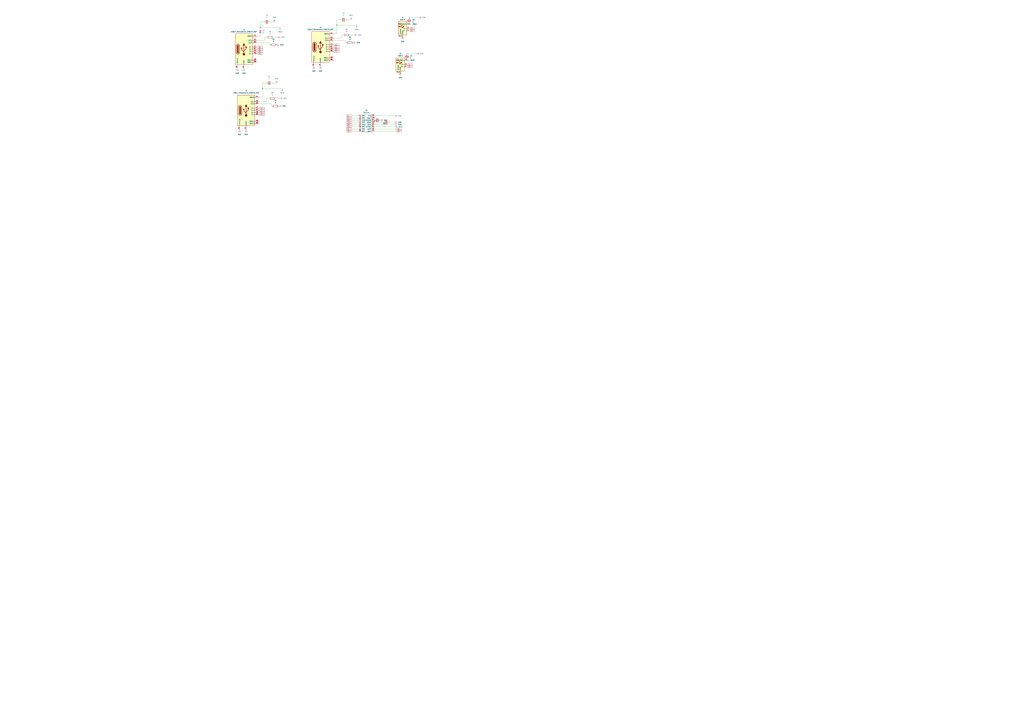
<source format=kicad_sch>
(kicad_sch (version 20250114) (generator "eeschema") (generator_version "9.0")
  (paper "A0")
  (lib_symbols
    (symbol "Connector:USB_A" (pin_names (offset 1.016))
      (property "Reference" "J" (at -5.08 11.43 0))
      (property "Value" "USB_A" (at -5.08 8.89 0))
      (symbol "USB_A_0_1"
        (rectangle (start -5.08 -7.62) (end 5.08 7.62) (stroke (width 0.254)) (fill (type background)))
        (circle (center -3.81 2.159) (radius 0.635) (stroke (width 0.254)) (fill (type outline)))
        (polyline (pts (xy -3.175 2.159) (xy -2.54 2.159) (xy -1.27 3.429) (xy -0.635 3.429)) (stroke (width 0.254)))
        (polyline (pts (xy -2.54 2.159) (xy -1.905 2.159) (xy -1.27 0.889) (xy 0 0.889)) (stroke (width 0.254)))
        (rectangle (start -1.524 4.826) (end -4.318 5.334) (fill (type outline)))
        (rectangle (start -1.27 4.572) (end -4.572 5.842))
        (circle (center -0.635 3.429) (radius 0.381) (stroke (width 0.254)) (fill (type outline)))
        (rectangle (start -0.127 -7.62) (end 0.127 -6.858))
        (rectangle (start 0.254 1.27) (end -0.508 0.508) (stroke (width 0.254)) (fill (type outline)))
        (polyline (pts (xy 0.635 2.794) (xy 0.635 1.524) (xy 1.905 2.159) (xy 0.635 2.794)) (stroke (width 0.254)) (fill (type outline)))
        (rectangle (start 5.08 4.953) (end 4.318 5.207))
        (rectangle (start 5.08 -0.127) (end 4.318 0.127))
        (rectangle (start 5.08 -2.667) (end 4.318 -2.413))
      )
      (symbol "USB_A_1_1"
        (polyline (pts (xy -1.905 2.159) (xy 0.635 2.159)) (stroke (width 0.254)))
        (pin passive line (at -2.54 -10.16 90) (length 2.54) (name "Shield") (number "5"))
        (pin power_in line (at 0 -10.16 90) (length 2.54) (name "GND") (number "4"))
        (pin power_in line (at 7.62 5.08 180) (length 2.54) (name "VBUS") (number "1"))
        (pin bidirectional line (at 7.62 0 180) (length 2.54) (name "D+") (number "3"))
        (pin bidirectional line (at 7.62 -2.54 180) (length 2.54) (name "D-") (number "2"))
      )
    )
    (symbol "Connector:USB_C_Receptacle_USB2.0_16P" (pin_names (offset 1.016))
      (property "Reference" "J" (at 0 22.225 0))
      (property "Value" "USB_C_Receptacle_USB2.0_16P" (at 0 19.685 0))
      (symbol "USB_C_Receptacle_USB2.0_16P_0_0"
        (rectangle (start -0.254 -17.78) (end 0.254 -16.764))
        (rectangle (start 10.16 15.494) (end 9.144 14.986))
        (rectangle (start 10.16 10.414) (end 9.144 9.906))
        (rectangle (start 10.16 7.874) (end 9.144 7.366))
        (rectangle (start 10.16 2.794) (end 9.144 2.286))
        (rectangle (start 10.16 0.254) (end 9.144 -0.254))
        (rectangle (start 10.16 -2.286) (end 9.144 -2.794))
        (rectangle (start 10.16 -4.826) (end 9.144 -5.334))
        (rectangle (start 10.16 -12.446) (end 9.144 -12.954))
        (rectangle (start 10.16 -14.986) (end 9.144 -15.494))
      )
      (symbol "USB_C_Receptacle_USB2.0_16P_0_1"
        (rectangle (start -10.16 17.78) (end 10.16 -17.78) (stroke (width 0.254)) (fill (type background)))
        (polyline (pts (xy -8.89 -3.81) (xy -8.89 3.81)) (stroke (width 0.508)))
        (rectangle (start -7.62 -3.81) (end -6.35 3.81) (stroke (width 0.254)) (fill (type outline)))
        (arc (start -7.62 3.81) (mid -6.985 4.4423) (end -6.35 3.81) (stroke (width 0.254)))
        (arc (start -7.62 3.81) (mid -6.985 4.4423) (end -6.35 3.81) (stroke (width 0.254)) (fill (type outline)))
        (arc (start -8.89 3.81) (mid -6.985 5.7067) (end -5.08 3.81) (stroke (width 0.508)))
        (arc (start -5.08 -3.81) (mid -6.985 -5.7067) (end -8.89 -3.81) (stroke (width 0.508)))
        (arc (start -6.35 -3.81) (mid -6.985 -4.4423) (end -7.62 -3.81) (stroke (width 0.254)))
        (arc (start -6.35 -3.81) (mid -6.985 -4.4423) (end -7.62 -3.81) (stroke (width 0.254)) (fill (type outline)))
        (polyline (pts (xy -5.08 3.81) (xy -5.08 -3.81)) (stroke (width 0.508)))
        (circle (center -2.54 1.143) (radius 0.635) (stroke (width 0.254)) (fill (type outline)))
        (polyline (pts (xy -1.27 4.318) (xy 0 6.858) (xy 1.27 4.318) (xy -1.27 4.318)) (stroke (width 0.254)) (fill (type outline)))
        (polyline (pts (xy 0 -2.032) (xy 2.54 0.508) (xy 2.54 1.778)) (stroke (width 0.508)))
        (polyline (pts (xy 0 -3.302) (xy -2.54 -0.762) (xy -2.54 0.508)) (stroke (width 0.508)))
        (polyline (pts (xy 0 -5.842) (xy 0 4.318)) (stroke (width 0.508)))
        (circle (center 0 -5.842) (radius 1.27) (fill (type outline)))
        (rectangle (start 1.905 1.778) (end 3.175 3.048) (stroke (width 0.254)) (fill (type outline)))
      )
      (symbol "USB_C_Receptacle_USB2.0_16P_1_1"
        (pin passive line (at -7.62 -22.86 90) (length 5.08) (name "SHIELD") (number "S1"))
        (pin passive line (at 0 -22.86 90) (length 5.08) (name "GND") (number "A1"))
        (pin passive line (at 0 -22.86 90) (length 5.08) (hide yes) (name "GND") (number "A12"))
        (pin passive line (at 0 -22.86 90) (length 5.08) (hide yes) (name "GND") (number "B1"))
        (pin passive line (at 0 -22.86 90) (length 5.08) (hide yes) (name "GND") (number "B12"))
        (pin passive line (at 15.24 15.24 180) (length 5.08) (name "VBUS") (number "A4"))
        (pin passive line (at 15.24 15.24 180) (length 5.08) (hide yes) (name "VBUS") (number "A9"))
        (pin passive line (at 15.24 15.24 180) (length 5.08) (hide yes) (name "VBUS") (number "B4"))
        (pin passive line (at 15.24 15.24 180) (length 5.08) (hide yes) (name "VBUS") (number "B9"))
        (pin bidirectional line (at 15.24 10.16 180) (length 5.08) (name "CC1") (number "A5"))
        (pin bidirectional line (at 15.24 7.62 180) (length 5.08) (name "CC2") (number "B5"))
        (pin bidirectional line (at 15.24 2.54 180) (length 5.08) (name "D-") (number "A7"))
        (pin bidirectional line (at 15.24 0 180) (length 5.08) (name "D-") (number "B7"))
        (pin bidirectional line (at 15.24 -2.54 180) (length 5.08) (name "D+") (number "A6"))
        (pin bidirectional line (at 15.24 -5.08 180) (length 5.08) (name "D+") (number "B6"))
        (pin bidirectional line (at 15.24 -12.7 180) (length 5.08) (name "SBU1") (number "A8"))
        (pin bidirectional line (at 15.24 -15.24 180) (length 5.08) (name "SBU2") (number "B8"))
      )
    )
    (symbol "Device:C" (pin_numbers (hide yes)) (pin_names (offset 0.254))
      (property "Reference" "C" (at 0.635 2.54 0))
      (property "Value" "C" (at 0.635 -2.54 0))
      (symbol "C_0_1"
        (polyline (pts (xy -2.032 0.762) (xy 2.032 0.762)) (stroke (width 0.508)))
        (polyline (pts (xy -2.032 -0.762) (xy 2.032 -0.762)) (stroke (width 0.508)))
      )
      (symbol "C_1_1"
        (pin passive line (at 0 3.81 270) (length 2.794) (name "~") (number "1"))
        (pin passive line (at 0 -3.81 90) (length 2.794) (name "~") (number "2"))
      )
    )
    (symbol "Device:D" (pin_numbers (hide yes)) (pin_names (offset 1.016) (hide yes))
      (property "Reference" "D" (at 0 2.54 0))
      (property "Value" "D" (at 0 -2.54 0))
      (symbol "D_0_1"
        (polyline (pts (xy -1.27 1.27) (xy -1.27 -1.27)) (stroke (width 0.254)))
        (polyline (pts (xy 1.27 1.27) (xy 1.27 -1.27) (xy -1.27 0) (xy 1.27 1.27)) (stroke (width 0.254)))
        (polyline (pts (xy 1.27 0) (xy -1.27 0)))
      )
      (symbol "D_1_1"
        (pin passive line (at -3.81 0 0) (length 2.54) (name "K") (number "1"))
        (pin passive line (at 3.81 0 180) (length 2.54) (name "A") (number "2"))
      )
    )
    (symbol "Device:R" (pin_numbers (hide yes)) (pin_names (offset 0))
      (property "Reference" "R" (at 2.032 0 90))
      (property "Value" "R" (at 0 0 90))
      (symbol "R_0_1"
        (rectangle (start -1.016 -2.54) (end 1.016 2.54) (stroke (width 0.254)))
      )
      (symbol "R_1_1"
        (pin passive line (at 0 3.81 270) (length 1.27) (name "~") (number "1"))
        (pin passive line (at 0 -3.81 90) (length 1.27) (name "~") (number "2"))
      )
    )
    (symbol "SL2.1A:SL2.1A" (pin_names (offset 1.016))
      (property "Reference" "U" (at 0 -1.27 0))
      (property "Value" "SL2.1A" (at -5.08 -1.27 0))
      (symbol "SL2.1A_0_1"
        (rectangle (start -5.08 20.32) (end 7.62 0))
      )
      (symbol "SL2.1A_1_1"
        (pin output line (at -7.62 19.05 0) (length 2.54) (name "DM4") (number "1"))
        (pin output line (at -7.62 16.51 0) (length 2.54) (name "DP4") (number "2"))
        (pin output line (at -7.62 13.97 0) (length 2.54) (name "DM3") (number "3"))
        (pin output line (at -7.62 11.43 0) (length 2.54) (name "DP3") (number "4"))
        (pin output line (at -7.62 8.89 0) (length 2.54) (name "DM2") (number "5"))
        (pin output line (at -7.62 6.35 0) (length 2.54) (name "DP2") (number "6"))
        (pin output line (at -7.62 3.81 0) (length 2.54) (name "DM1") (number "7"))
        (pin output line (at -7.62 1.27 0) (length 2.54) (name "DP1") (number "8"))
        (pin power_in line (at 10.16 19.05 180) (length 2.54) (name "XIN") (number "16"))
        (pin no_connect line (at 10.16 16.51 180) (length 2.54) (name "XOUT") (number "15"))
        (pin power_out line (at 10.16 13.97 180) (length 2.54) (name "VDD18") (number "14"))
        (pin power_out line (at 10.16 11.43 180) (length 2.54) (name "VDD3") (number "13"))
        (pin power_in line (at 10.16 8.89 180) (length 2.54) (name "GND") (number "12"))
        (pin power_in line (at 10.16 6.35 180) (length 2.54) (name "VCC5V") (number "11"))
        (pin input line (at 10.16 3.81 180) (length 2.54) (name "UDP") (number "10"))
        (pin input line (at 10.16 1.27 180) (length 2.54) (name "UDM") (number "9"))
      )
    )
    (symbol "power:GND" (power) (pin_numbers (hide yes)) (pin_names (offset 0) (hide yes))
      (property "Value" "GND" (at 0 -3.81 0))
      (symbol "GND_0_1"
        (polyline (pts (xy 0 0) (xy 0 -1.27) (xy 1.27 -1.27) (xy 0 -2.54) (xy -1.27 -1.27) (xy 0 -1.27)))
      )
      (symbol "GND_1_1"
        (pin power_in line (at 0 0 270) (length 0) (name "~") (number "1"))
      )
    )
    (symbol "power:VBUS" (power) (pin_numbers (hide yes)) (pin_names (offset 0) (hide yes))
      (property "Value" "VBUS" (at 0 3.556 0))
      (symbol "VBUS_0_1"
        (polyline (pts (xy -0.762 1.27) (xy 0 2.54)))
        (polyline (pts (xy 0 2.54) (xy 0.762 1.27)))
        (polyline (pts (xy 0 0) (xy 0 2.54)))
      )
      (symbol "VBUS_1_1"
        (pin power_in line (at 0 0 90) (length 0) (name "~") (number "1"))
      )
    )
  )
  (junction (at 472.44 69.85))
  (junction (at 302.26 31.75))
  (junction (at 464.82 85.09))
  (junction (at 391.16 29.21))
  (junction (at 467.36 43.18))
  (junction (at 304.8 102.87))
  (junction (at 474.98 27.94))
  (wire (pts (xy 387.35 39.37) (xy 391.16 39.37)))
  (wire (pts (xy 314.96 123.19) (xy 316.23 123.19)))
  (wire (pts (xy 302.26 41.91) (xy 302.26 40.64)))
  (wire (pts (xy 307.34 46.99) (xy 298.45 46.99)))
  (wire (pts (xy 320.04 114.3) (xy 325.12 114.3)))
  (wire (pts (xy 408.94 134.62) (xy 416.56 134.62)))
  (wire (pts (xy 309.88 118.11) (xy 300.99 118.11)))
  (wire (pts (xy 434.34 142.24) (xy 444.5 142.24)))
  (wire (pts (xy 408.94 152.4) (xy 416.56 152.4)))
  (wire (pts (xy 316.23 96.52) (xy 321.31 96.52)))
  (wire (pts (xy 391.16 29.21) (xy 391.16 22.86)))
  (wire (pts (xy 472.44 62.23) (xy 483.87 62.23)))
  (wire (pts (xy 309.88 114.3) (xy 312.42 114.3)))
  (wire (pts (xy 314.96 120.65) (xy 300.99 120.65)))
  (wire (pts (xy 302.26 31.75) (xy 325.12 31.75)))
  (wire (pts (xy 408.94 139.7) (xy 416.56 139.7)))
  (wire (pts (xy 408.94 147.32) (xy 416.56 147.32)))
  (wire (pts (xy 459.74 149.86) (xy 434.34 149.86)))
  (wire (pts (xy 464.82 43.18) (xy 467.36 43.18)))
  (wire (pts (xy 406.4 40.64) (xy 411.48 40.64)))
  (wire (pts (xy 408.94 149.86) (xy 416.56 149.86)))
  (wire (pts (xy 300.99 113.03) (xy 304.8 113.03)))
  (wire (pts (xy 391.16 22.86) (xy 394.97 22.86)))
  (wire (pts (xy 401.32 49.53) (xy 401.32 46.99)))
  (wire (pts (xy 408.94 137.16) (xy 416.56 137.16)))
  (wire (pts (xy 298.45 41.91) (xy 302.26 41.91)))
  (wire (pts (xy 402.59 22.86) (xy 407.67 22.86)))
  (wire (pts (xy 416.56 144.78) (xy 408.94 144.78)))
  (wire (pts (xy 396.24 40.64) (xy 398.78 40.64)))
  (wire (pts (xy 458.47 142.24) (xy 452.12 142.24)))
  (wire (pts (xy 462.28 85.09) (xy 464.82 85.09)))
  (wire (pts (xy 307.34 43.18) (xy 309.88 43.18)))
  (wire (pts (xy 434.34 147.32) (xy 458.47 147.32)))
  (wire (pts (xy 391.16 29.21) (xy 414.02 29.21)))
  (wire (pts (xy 317.5 43.18) (xy 322.58 43.18)))
  (wire (pts (xy 396.24 44.45) (xy 387.35 44.45)))
  (wire (pts (xy 458.47 134.62) (xy 434.34 134.62)))
  (wire (pts (xy 302.26 33.02) (xy 302.26 31.75)))
  (wire (pts (xy 312.42 49.53) (xy 298.45 49.53)))
  (wire (pts (xy 304.8 102.87) (xy 304.8 96.52)))
  (wire (pts (xy 309.88 114.3) (xy 309.88 118.11)))
  (wire (pts (xy 401.32 46.99) (xy 387.35 46.99)))
  (wire (pts (xy 458.47 144.78) (xy 434.34 144.78)))
  (wire (pts (xy 401.32 49.53) (xy 402.59 49.53)))
  (wire (pts (xy 307.34 43.18) (xy 307.34 46.99)))
  (wire (pts (xy 313.69 25.4) (xy 318.77 25.4)))
  (wire (pts (xy 474.98 20.32) (xy 486.41 20.32)))
  (wire (pts (xy 459.74 152.4) (xy 434.34 152.4)))
  (wire (pts (xy 396.24 40.64) (xy 396.24 44.45)))
  (wire (pts (xy 302.26 31.75) (xy 302.26 25.4)))
  (wire (pts (xy 312.42 52.07) (xy 313.69 52.07)))
  (wire (pts (xy 302.26 25.4) (xy 306.07 25.4)))
  (wire (pts (xy 314.96 123.19) (xy 314.96 120.65)))
  (wire (pts (xy 304.8 96.52) (xy 308.61 96.52)))
  (wire (pts (xy 304.8 102.87) (xy 327.66 102.87)))
  (wire (pts (xy 304.8 102.87) (xy 304.8 113.03)))
  (wire (pts (xy 408.94 142.24) (xy 416.56 142.24)))
  (wire (pts (xy 391.16 29.21) (xy 391.16 39.37)))
  (wire (pts (xy 312.42 52.07) (xy 312.42 49.53)))
  (global_label "D1+" (shape input) (at 300.99 130.81 0) (property "Intersheetrefs" "${INTERSHEET_REFS}" (effects (hide yes))))
  (global_label "D0-" (shape input) (at 298.45 54.61 0) (property "Intersheetrefs" "${INTERSHEET_REFS}" (effects (hide yes))))
  (global_label "D1+" (shape input) (at 300.99 133.35 0) (property "Intersheetrefs" "${INTERSHEET_REFS}" (effects (hide yes))))
  (global_label "D1-" (shape input) (at 300.99 125.73 0) (property "Intersheetrefs" "${INTERSHEET_REFS}" (effects (hide yes))))
  (global_label "D0+" (shape input) (at 298.45 59.69 0) (property "Intersheetrefs" "${INTERSHEET_REFS}" (effects (hide yes))))
  (global_label "D3-" (shape input) (at 408.94 139.7 180) (property "Intersheetrefs" "${INTERSHEET_REFS}" (effects (hide yes))))
  (global_label "D0-" (shape input) (at 459.74 152.4 0) (property "Intersheetrefs" "${INTERSHEET_REFS}" (effects (hide yes))))
  (global_label "D3+" (shape input) (at 408.94 142.24 180) (property "Intersheetrefs" "${INTERSHEET_REFS}" (effects (hide yes))))
  (global_label "D2+" (shape input) (at 387.35 57.15 0) (property "Intersheetrefs" "${INTERSHEET_REFS}" (effects (hide yes))))
  (global_label "D1-" (shape input) (at 408.94 149.86 180) (property "Intersheetrefs" "${INTERSHEET_REFS}" (effects (hide yes))))
  (global_label "D2-" (shape input) (at 387.35 52.07 0) (property "Intersheetrefs" "${INTERSHEET_REFS}" (effects (hide yes))))
  (global_label "D1+" (shape input) (at 408.94 152.4 180) (property "Intersheetrefs" "${INTERSHEET_REFS}" (effects (hide yes))))
  (global_label "D2+" (shape input) (at 387.35 59.69 0) (property "Intersheetrefs" "${INTERSHEET_REFS}" (effects (hide yes))))
  (global_label "D4-" (shape input) (at 408.94 134.62 180) (property "Intersheetrefs" "${INTERSHEET_REFS}" (effects (hide yes))))
  (global_label "D2+" (shape input) (at 408.94 147.32 180) (property "Intersheetrefs" "${INTERSHEET_REFS}" (effects (hide yes))))
  (global_label "D4-" (shape input) (at 472.44 77.47 0) (property "Intersheetrefs" "${INTERSHEET_REFS}" (effects (hide yes))))
  (global_label "D2-" (shape input) (at 408.94 144.78 180) (property "Intersheetrefs" "${INTERSHEET_REFS}" (effects (hide yes))))
  (global_label "D3+" (shape input) (at 474.98 33.02 0) (property "Intersheetrefs" "${INTERSHEET_REFS}" (effects (hide yes))))
  (global_label "D0+" (shape input) (at 459.74 149.86 0) (property "Intersheetrefs" "${INTERSHEET_REFS}" (effects (hide yes))))
  (global_label "D4+" (shape input) (at 472.44 74.93 0) (property "Intersheetrefs" "${INTERSHEET_REFS}" (effects (hide yes))))
  (global_label "D0+" (shape input) (at 298.45 62.23 0) (property "Intersheetrefs" "${INTERSHEET_REFS}" (effects (hide yes))))
  (global_label "D1-" (shape input) (at 300.99 128.27 0) (property "Intersheetrefs" "${INTERSHEET_REFS}" (effects (hide yes))))
  (global_label "D0-" (shape input) (at 298.45 57.15 0) (property "Intersheetrefs" "${INTERSHEET_REFS}" (effects (hide yes))))
  (global_label "D2-" (shape input) (at 387.35 54.61 0) (property "Intersheetrefs" "${INTERSHEET_REFS}" (effects (hide yes))))
  (global_label "D4+" (shape input) (at 408.94 137.16 180) (property "Intersheetrefs" "${INTERSHEET_REFS}" (effects (hide yes))))
  (global_label "D3-" (shape input) (at 474.98 35.56 0) (property "Intersheetrefs" "${INTERSHEET_REFS}" (effects (hide yes))))
  (symbol (lib_id "power:GND") (at 441.96 139.7 90) (unit 1)
    (property "Reference" "#PWR030" (effects (hide yes)))
    (property "Value" "GND" (at 445.77 139.7001 90) (effects (justify right)))
    (property "Description" "Power symbol creates a global label with name \"GND\" , ground" (effects (hide yes)))
  )
  (symbol (lib_id "power:VBUS") (at 458.47 147.32 270) (unit 1)
    (property "Reference" "#PWR028" (effects (hide yes)))
    (property "Value" "VBUS" (at 462.28 147.3201 90) (effects (justify left)))
    (property "Description" "Power symbol creates a global label with name \"VBUS\"" (effects (hide yes)))
  )
  (symbol (lib_id "power:GND") (at 278.13 151.13 0) (unit 1)
    (property "Reference" "#PWR014" (effects (hide yes)))
    (property "Value" "GND" (at 278.13 156.21 0))
    (property "Description" "Power symbol creates a global label with name \"GND\" , ground" (effects (hide yes)))
  )
  (symbol (lib_id "power:GND") (at 325.12 114.3 90) (unit 1)
    (property "Reference" "#PWR012" (effects (hide yes)))
    (property "Value" "GND" (at 328.93 114.2999 90) (effects (justify right)))
    (property "Description" "Power symbol creates a global label with name \"GND\" , ground" (effects (hide yes)))
  )
  (symbol (lib_id "power:GND") (at 283.21 80.01 0) (unit 1)
    (property "Reference" "#PWR09" (effects (hide yes)))
    (property "Value" "GND" (at 283.21 85.09 0))
    (property "Description" "Power symbol creates a global label with name \"GND\" , ground" (effects (hide yes)))
  )
  (symbol (lib_id "power:GND") (at 322.58 43.18 90) (unit 1)
    (property "Reference" "#PWR06" (effects (hide yes)))
    (property "Value" "GND" (at 326.39 43.1799 90) (effects (justify right)))
    (property "Description" "Power symbol creates a global label with name \"GND\" , ground" (effects (hide yes)))
  )
  (symbol (lib_id "power:GND") (at 321.31 96.52 180) (unit 1)
    (property "Reference" "#PWR010" (effects (hide yes)))
    (property "Value" "GND" (at 321.31 91.44 0))
    (property "Description" "Power symbol creates a global label with name \"GND\" , ground" (effects (hide yes)))
  )
  (symbol (lib_id "Device:R") (at 320.04 123.19 90) (unit 1)
    (property "Reference" "R4" (at 320.04 116.84 90))
    (property "Value" "R" (at 320.04 119.38 90))
    (property "Footprint" "Resistor_SMD:R_0805_2012Metric" (effects (hide yes)))
    (property "Description" "Resistor" (effects (hide yes)))
  )
  (symbol (lib_id "Connector:USB_C_Receptacle_USB2.0_16P") (at 372.11 54.61 0) (unit 1)
    (property "Reference" "J2" (at 372.11 31.75 0))
    (property "Value" "USB_C_Receptacle_USB2.0_16P" (at 372.11 34.29 0))
    (property "Footprint" "Connector_USB:USB_C_Receptacle_G-Switch_GT-USB-7010ASV" (effects (hide yes)))
    (property "Datasheet" "https://www.usb.org/sites/default/files/documents/usb_type-c.zip" (effects (hide yes)))
    (property "Description" "USB 2.0-only 16P Type-C Receptacle connector" (effects (hide yes)))
  )
  (symbol (lib_id "power:GND") (at 486.41 20.32 90) (unit 1)
    (property "Reference" "#PWR022" (effects (hide yes)))
    (property "Value" "GND" (at 490.22 20.3199 90) (effects (justify right)))
    (property "Description" "Power symbol creates a global label with name \"GND\" , ground" (effects (hide yes)))
  )
  (symbol (lib_id "power:VBUS") (at 414.02 29.21 180) (unit 1)
    (property "Reference" "#PWR017" (effects (hide yes)))
    (property "Value" "VBUS" (at 414.02 34.29 0))
    (property "Description" "Power symbol creates a global label with name \"VBUS\"" (effects (hide yes)))
  )
  (symbol (lib_id "power:GND") (at 410.21 49.53 90) (unit 1)
    (property "Reference" "#PWR019" (effects (hide yes)))
    (property "Value" "GND" (at 414.02 49.5299 90) (effects (justify right)))
    (property "Description" "Power symbol creates a global label with name \"GND\" , ground" (effects (hide yes)))
  )
  (symbol (lib_id "Connector:USB_A") (at 467.36 33.02 0) (unit 1)
    (property "Reference" "J4" (at 467.36 20.32 0))
    (property "Value" "USB_A" (at 467.36 22.86 0))
    (property "Footprint" "Connector_USB:USB_A_Receptacle_GCT_USB1046" (effects (hide yes)))
    (property "Description" "USB Type A connector" (effects (hide yes)))
  )
  (symbol (lib_id "power:GND") (at 318.77 25.4 180) (unit 1)
    (property "Reference" "#PWR05" (effects (hide yes)))
    (property "Value" "GND" (at 318.77 20.32 0))
    (property "Description" "Power symbol creates a global label with name \"GND\" , ground" (effects (hide yes)))
  )
  (symbol (lib_id "Connector:USB_A") (at 464.82 74.93 0) (unit 1)
    (property "Reference" "J5" (at 464.82 62.23 0))
    (property "Value" "USB_A" (at 464.82 64.77 0))
    (property "Footprint" "Connector_USB:USB_A_Receptacle_GCT_USB1046" (effects (hide yes)))
    (property "Description" "USB Type A connector" (effects (hide yes)))
  )
  (symbol (lib_id "Connector:USB_C_Receptacle_USB2.0_16P") (at 285.75 128.27 0) (unit 1)
    (property "Reference" "J3" (at 285.75 105.41 0))
    (property "Value" "USB_C_Receptacle_USB2.0_16P" (at 285.75 107.95 0))
    (property "Footprint" "Connector_USB:USB_C_Receptacle_G-Switch_GT-USB-7010ASV" (effects (hide yes)))
    (property "Datasheet" "https://www.usb.org/sites/default/files/documents/usb_type-c.zip" (effects (hide yes)))
    (property "Description" "USB 2.0-only 16P Type-C Receptacle connector" (effects (hide yes)))
  )
  (symbol (lib_id "power:GND") (at 321.31 52.07 90) (unit 1)
    (property "Reference" "#PWR07" (effects (hide yes)))
    (property "Value" "GND" (at 325.12 52.0699 90) (effects (justify right)))
    (property "Description" "Power symbol creates a global label with name \"GND\" , ground" (effects (hide yes)))
  )
  (symbol (lib_id "Device:C") (at 448.31 142.24 90) (unit 1)
    (property "Reference" "C6" (at 445.77 143.51 90))
    (property "Value" "10uF" (effects (hide yes)))
    (property "Footprint" "Capacitor_SMD:C_0805_2012Metric" (effects (hide yes)))
    (property "Description" "Unpolarized capacitor" (effects (hide yes)))
    (property "LCSC" "C48579582" (effects (hide yes)))
  )
  (symbol (lib_id "power:GND") (at 323.85 123.19 90) (unit 1)
    (property "Reference" "#PWR013" (effects (hide yes)))
    (property "Value" "GND" (at 327.66 123.1899 90) (effects (justify right)))
    (property "Description" "Power symbol creates a global label with name \"GND\" , ground" (effects (hide yes)))
  )
  (symbol (lib_id "power:GND") (at 407.67 22.86 180) (unit 1)
    (property "Reference" "#PWR016" (effects (hide yes)))
    (property "Value" "GND" (at 407.67 17.78 0))
    (property "Description" "Power symbol creates a global label with name \"GND\" , ground" (effects (hide yes)))
  )
  (symbol (lib_id "power:VBUS") (at 472.44 69.85 270) (unit 1)
    (property "Reference" "#PWR01" (effects (hide yes)))
    (property "Value" "VBUS" (at 476.25 69.8499 90) (effects (justify left)))
    (property "Description" "Power symbol creates a global label with name \"VBUS\"" (effects (hide yes)))
  )
  (symbol (lib_id "power:GND") (at 372.11 77.47 0) (unit 1)
    (property "Reference" "#PWR021" (effects (hide yes)))
    (property "Value" "GND" (at 372.11 82.55 0))
    (property "Description" "Power symbol creates a global label with name \"GND\" , ground" (effects (hide yes)))
  )
  (symbol (lib_id "Device:C") (at 398.78 22.86 270) (unit 1)
    (property "Reference" "C4" (at 398.78 15.24 90))
    (property "Value" "C" (at 398.78 17.78 90))
    (property "Footprint" "Capacitor_SMD:C_0805_2012Metric" (effects (hide yes)))
    (property "Description" "Unpolarized capacitor" (effects (hide yes)))
  )
  (symbol (lib_id "power:GND") (at 285.75 151.13 0) (unit 1)
    (property "Reference" "#PWR015" (effects (hide yes)))
    (property "Value" "GND" (at 285.75 156.21 0))
    (property "Description" "Power symbol creates a global label with name \"GND\" , ground" (effects (hide yes)))
  )
  (symbol (lib_id "power:GND") (at 458.47 144.78 90) (unit 1)
    (property "Reference" "#PWR027" (effects (hide yes)))
    (property "Value" "GND" (at 462.28 144.7801 90) (effects (justify right)))
    (property "Description" "Power symbol creates a global label with name \"GND\" , ground" (effects (hide yes)))
  )
  (symbol (lib_id "Device:C") (at 472.44 66.04 0) (unit 1)
    (property "Reference" "C1" (at 476.25 64.7699 0) (effects (justify left)))
    (property "Value" "C" (at 476.25 67.3099 0) (effects (justify left)))
    (property "Footprint" "Capacitor_SMD:C_0805_2012Metric" (effects (hide yes)))
    (property "Description" "Unpolarized capacitor" (effects (hide yes)))
  )
  (symbol (lib_id "power:GND") (at 464.82 85.09 0) (unit 1)
    (property "Reference" "#PWR02" (effects (hide yes)))
    (property "Value" "GND" (at 464.82 90.17 0))
    (property "Description" "Power symbol creates a global label with name \"GND\" , ground" (effects (hide yes)))
  )
  (symbol (lib_id "power:VBUS") (at 327.66 102.87 180) (unit 1)
    (property "Reference" "#PWR011" (effects (hide yes)))
    (property "Value" "VBUS" (at 327.66 107.95 0))
    (property "Description" "Power symbol creates a global label with name \"VBUS\"" (effects (hide yes)))
  )
  (symbol (lib_id "power:GND") (at 411.48 40.64 90) (unit 1)
    (property "Reference" "#PWR018" (effects (hide yes)))
    (property "Value" "GND" (at 415.29 40.6399 90) (effects (justify right)))
    (property "Description" "Power symbol creates a global label with name \"GND\" , ground" (effects (hide yes)))
  )
  (symbol (lib_id "SL2.1A:SL2.1A") (at 424.18 153.67 0) (unit 1)
    (property "Reference" "U1" (at 425.45 128.27 0))
    (property "Value" "SL2.1A" (at 425.45 130.81 0))
    (property "Footprint" "Package_SO:SOIC-16_4.55x10.3mm_P1.27mm" (effects (hide yes)))
  )
  (symbol (lib_id "power:GND") (at 483.87 62.23 90) (unit 1)
    (property "Reference" "#PWR03" (effects (hide yes)))
    (property "Value" "GND" (at 487.68 62.2299 90) (effects (justify right)))
    (property "Description" "Power symbol creates a global label with name \"GND\" , ground" (effects (hide yes)))
  )
  (symbol (lib_id "Device:C") (at 474.98 24.13 0) (unit 1)
    (property "Reference" "C5" (at 478.79 22.8599 0) (effects (justify left)))
    (property "Value" "C" (at 478.79 25.3999 0) (effects (justify left)))
    (property "Footprint" "Capacitor_SMD:C_0805_2012Metric" (effects (hide yes)))
    (property "Description" "Unpolarized capacitor" (effects (hide yes)))
  )
  (symbol (lib_id "power:GND") (at 364.49 77.47 0) (unit 1)
    (property "Reference" "#PWR020" (effects (hide yes)))
    (property "Value" "GND" (at 364.49 82.55 0))
    (property "Description" "Power symbol creates a global label with name \"GND\" , ground" (effects (hide yes)))
  )
  (symbol (lib_id "Device:C") (at 312.42 96.52 270) (unit 1)
    (property "Reference" "C3" (at 312.42 88.9 90))
    (property "Value" "C" (at 312.42 91.44 90))
    (property "Footprint" "Capacitor_SMD:C_0805_2012Metric" (effects (hide yes)))
    (property "Description" "Unpolarized capacitor" (effects (hide yes)))
  )
  (symbol (lib_id "Device:C") (at 309.88 25.4 270) (unit 1)
    (property "Reference" "C2" (at 309.88 17.78 90))
    (property "Value" "C" (at 309.88 20.32 90))
    (property "Footprint" "Capacitor_SMD:C_0805_2012Metric" (effects (hide yes)))
    (property "Description" "Unpolarized capacitor" (effects (hide yes)))
  )
  (symbol (lib_id "Device:R") (at 406.4 49.53 90) (unit 1)
    (property "Reference" "R6" (at 406.4 43.18 90))
    (property "Value" "R" (at 406.4 45.72 90))
    (property "Footprint" "Resistor_SMD:R_0805_2012Metric" (effects (hide yes)))
    (property "Description" "Resistor" (effects (hide yes)))
  )
  (symbol (lib_id "Device:D") (at 302.26 36.83 270) (unit 1)
    (property "Reference" "D1" (at 304.8 35.5599 90) (effects (justify left)))
    (property "Value" "D" (at 304.8 38.0999 90) (effects (justify left)))
    (property "Footprint" "Diode_SMD:D_SMA" (effects (hide yes)))
    (property "Description" "Diode" (effects (hide yes)))
    (property "Sim.Device" "D" (effects (hide yes)))
    (property "Sim.Pins" "1=K 2=A" (effects (hide yes)))
  )
  (symbol (lib_id "power:VBUS") (at 325.12 31.75 180) (unit 1)
    (property "Reference" "#PWR04" (effects (hide yes)))
    (property "Value" "VBUS" (at 325.12 36.83 0))
    (property "Description" "Power symbol creates a global label with name \"VBUS\"" (effects (hide yes)))
  )
  (symbol (lib_id "power:GND") (at 458.47 134.62 90) (unit 1)
    (property "Reference" "#PWR029" (effects (hide yes)))
    (property "Value" "GND" (at 462.28 134.6201 90) (effects (justify right)))
    (property "Description" "Power symbol creates a global label with name \"GND\" , ground" (effects (hide yes)))
  )
  (symbol (lib_id "Device:R") (at 316.23 114.3 90) (unit 1)
    (property "Reference" "R3" (at 316.23 107.95 90))
    (property "Value" "R" (at 316.23 110.49 90))
    (property "Footprint" "Resistor_SMD:R_0805_2012Metric" (effects (hide yes)))
    (property "Description" "Resistor" (effects (hide yes)))
  )
  (symbol (lib_id "Device:R") (at 317.5 52.07 90) (unit 1)
    (property "Reference" "R2" (at 317.5 45.72 90))
    (property "Value" "R" (at 317.5 48.26 90))
    (property "Footprint" "Resistor_SMD:R_0805_2012Metric" (effects (hide yes)))
    (property "Description" "Resistor" (effects (hide yes)))
  )
  (symbol (lib_id "Connector:USB_C_Receptacle_USB2.0_16P") (at 283.21 57.15 0) (unit 1)
    (property "Reference" "J1" (at 283.21 34.29 0))
    (property "Value" "USB_C_Receptacle_USB2.0_16P" (at 283.21 36.83 0))
    (property "Footprint" "Connector_USB:USB_C_Receptacle_G-Switch_GT-USB-7010ASV" (effects (hide yes)))
    (property "Datasheet" "https://www.usb.org/sites/default/files/documents/usb_type-c.zip" (effects (hide yes)))
    (property "Description" "USB 2.0-only 16P Type-C Receptacle connector" (effects (hide yes)))
  )
  (symbol (lib_id "power:GND") (at 275.59 80.01 0) (unit 1)
    (property "Reference" "#PWR08" (effects (hide yes)))
    (property "Value" "GND" (at 275.59 85.09 0))
    (property "Description" "Power symbol creates a global label with name \"GND\" , ground" (effects (hide yes)))
  )
  (symbol (lib_id "Device:R") (at 313.69 43.18 90) (unit 1)
    (property "Reference" "R1" (at 313.69 36.83 90))
    (property "Value" "R" (at 313.69 39.37 90))
    (property "Footprint" "Resistor_SMD:R_0805_2012Metric" (effects (hide yes)))
    (property "Description" "Resistor" (effects (hide yes)))
  )
  (symbol (lib_id "power:VBUS") (at 474.98 27.94 270) (unit 1)
    (property "Reference" "#PWR023" (effects (hide yes)))
    (property "Value" "VBUS" (at 478.79 27.9399 90) (effects (justify left)))
    (property "Description" "Power symbol creates a global label with name \"VBUS\"" (effects (hide yes)))
  )
  (symbol (lib_id "Device:R") (at 402.59 40.64 90) (unit 1)
    (property "Reference" "R5" (at 402.59 34.29 90))
    (property "Value" "R" (at 402.59 36.83 90))
    (property "Footprint" "Resistor_SMD:R_0805_2012Metric" (effects (hide yes)))
    (property "Description" "Resistor" (effects (hide yes)))
  )
  (symbol (lib_id "power:GND") (at 467.36 43.18 0) (unit 1)
    (property "Reference" "#PWR024" (effects (hide yes)))
    (property "Value" "GND" (at 467.36 48.26 0))
    (property "Description" "Power symbol creates a global label with name \"GND\" , ground" (effects (hide yes)))
  )
  (symbol (lib_id "Device:C") (at 438.15 139.7 90) (unit 1)
    (property "Reference" "C7" (at 435.61 140.97 90))
    (property "Value" "10uF" (effects (hide yes)))
    (property "Footprint" "Capacitor_SMD:C_0805_2012Metric" (effects (hide yes)))
    (property "Description" "Unpolarized capacitor" (effects (hide yes)))
    (property "LCSC" "C48579582" (effects (hide yes)))
  )
  (symbol (lib_id "power:GND") (at 458.47 142.24 90) (unit 1)
    (property "Reference" "#PWR031" (effects (hide yes)))
    (property "Value" "GND" (at 462.28 142.2401 90) (effects (justify right)))
    (property "Description" "Power symbol creates a global label with name \"GND\" , ground" (effects (hide yes)))
  )
)
</source>
